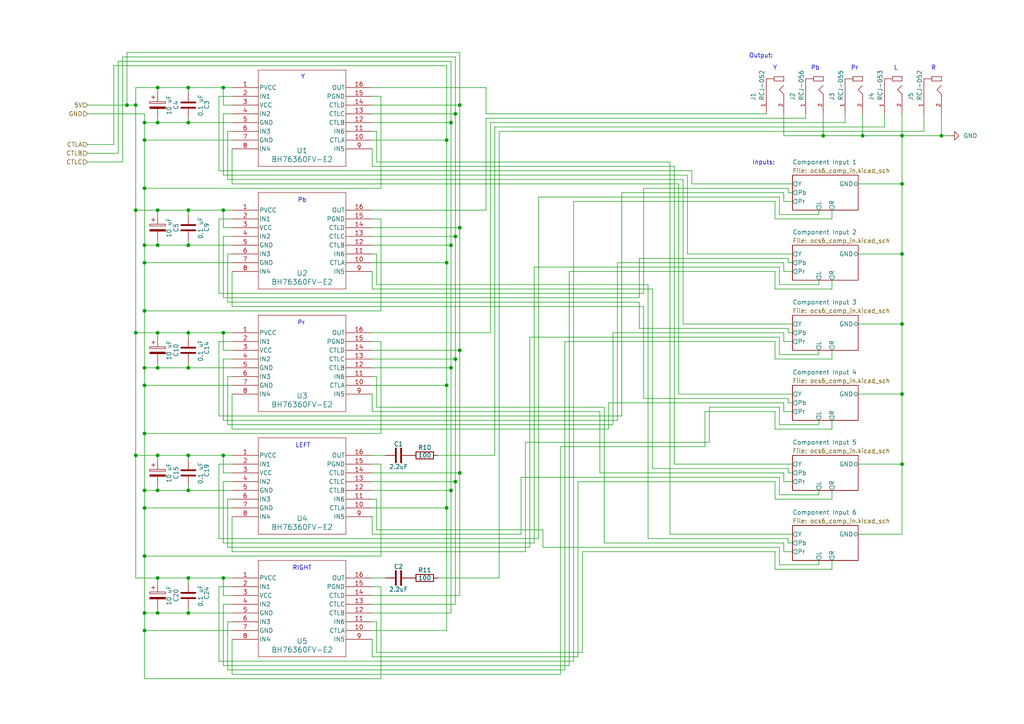
<source format=kicad_sch>
(kicad_sch (version 20250114) (generator "eeschema") (generator_version "9.0")
  (paper "A4")
  (title_block (title "OCS6 - Component Video/Audio Switching") (company "Garrett Dickinson"))
  (lib_symbols
    (symbol "BH76360FV:BH76360FV-E2" (pin_names (offset 0.254))
      (property "Reference" "U" (at 20.32 10.16 0))
      (property "Value" "BH76360FV-E2" (at 20.32 7.62 0))
      (symbol "BH76360FV-E2_0_1"
        (polyline (pts (xy 7.62 5.08) (xy 7.62 -22.86)) (stroke (width 0.127)))
        (polyline (pts (xy 7.62 -22.86) (xy 33.02 -22.86)) (stroke (width 0.127)))
        (polyline (pts (xy 33.02 5.08) (xy 7.62 5.08)) (stroke (width 0.127)))
        (polyline (pts (xy 33.02 -22.86) (xy 33.02 5.08)) (stroke (width 0.127)))
        (pin unspecified line (at 0 0 0) (length 7.62) (name "PVCC") (number "1"))
        (pin input line (at 0 -2.54 0) (length 7.62) (name "IN1") (number "2"))
        (pin power_in line (at 0 -5.08 0) (length 7.62) (name "VCC") (number "3"))
        (pin input line (at 0 -7.62 0) (length 7.62) (name "IN2") (number "4"))
        (pin power_out line (at 0 -10.16 0) (length 7.62) (name "GND") (number "5"))
        (pin input line (at 0 -12.7 0) (length 7.62) (name "IN3") (number "6"))
        (pin power_out line (at 0 -15.24 0) (length 7.62) (name "GND") (number "7"))
        (pin input line (at 0 -17.78 0) (length 7.62) (name "IN4") (number "8"))
        (pin output line (at 40.64 0 180) (length 7.62) (name "OUT") (number "16"))
        (pin power_out line (at 40.64 -2.54 180) (length 7.62) (name "PGND") (number "15"))
        (pin unspecified line (at 40.64 -5.08 180) (length 7.62) (name "CTLD") (number "14"))
        (pin unspecified line (at 40.64 -7.62 180) (length 7.62) (name "CTLC") (number "13"))
        (pin unspecified line (at 40.64 -10.16 180) (length 7.62) (name "CTLB") (number "12"))
        (pin input line (at 40.64 -12.7 180) (length 7.62) (name "IN6") (number "11"))
        (pin unspecified line (at 40.64 -15.24 180) (length 7.62) (name "CTLA") (number "10"))
        (pin input line (at 40.64 -17.78 180) (length 7.62) (name "IN5") (number "9"))
      )
    )
    (symbol "CUI_RCJ:CUI_RCJ-052" (pin_names (offset 1.016) (hide yes))
      (property "Reference" "J" (at -5.6388 4.0894 0))
      (property "Value" "CUI_RCJ-052" (at -5.1308 -5.6388 0))
      (symbol "CUI_RCJ-052_0_0"
        (polyline (pts (xy -5.715 2.54) (xy -5.715 -0.254)) (stroke (width 0.1524)))
        (polyline (pts (xy -5.715 -0.254) (xy -5.08 -0.254)) (stroke (width 0.1524)))
        (polyline (pts (xy -5.08 -0.254) (xy -4.445 -0.254)) (stroke (width 0.1524)))
        (polyline (pts (xy -5.08 -2.54) (xy -5.08 -0.254)) (stroke (width 0.1524)))
        (polyline (pts (xy -4.445 2.54) (xy -5.715 2.54)) (stroke (width 0.1524)))
        (polyline (pts (xy -4.445 -0.254) (xy -4.445 2.54)) (stroke (width 0.1524)))
        (polyline (pts (xy -1.905 1.27) (xy -3.175 2.54)) (stroke (width 0.1524)))
        (polyline (pts (xy -0.635 2.54) (xy -1.905 1.27)) (stroke (width 0.1524)))
        (polyline (pts (xy 0 2.54) (xy -0.635 2.54)) (stroke (width 0.1524)))
        (polyline (pts (xy 0 -2.54) (xy -5.08 -2.54)) (stroke (width 0.1524)))
        (pin passive line (at 5.08 2.54 180) (length 5.08) (name "~") (number "2"))
        (pin passive line (at 5.08 -2.54 180) (length 5.08) (name "~") (number "1"))
      )
    )
    (symbol "CUI_RCJ:CUI_RCJ-053" (pin_names (offset 1.016) (hide yes))
      (property "Reference" "J" (at -5.6388 4.0894 0))
      (property "Value" "CUI_RCJ-053" (at -5.1054 -5.6134 0))
      (symbol "CUI_RCJ-053_0_0"
        (polyline (pts (xy -5.715 2.54) (xy -5.715 -0.254)) (stroke (width 0.1524)))
        (polyline (pts (xy -5.715 -0.254) (xy -5.08 -0.254)) (stroke (width 0.1524)))
        (polyline (pts (xy -5.08 -0.254) (xy -4.445 -0.254)) (stroke (width 0.1524)))
        (polyline (pts (xy -5.08 -2.54) (xy -5.08 -0.254)) (stroke (width 0.1524)))
        (polyline (pts (xy -4.445 2.54) (xy -5.715 2.54)) (stroke (width 0.1524)))
        (polyline (pts (xy -4.445 -0.254) (xy -4.445 2.54)) (stroke (width 0.1524)))
        (polyline (pts (xy -1.905 1.27) (xy -3.175 2.54)) (stroke (width 0.1524)))
        (polyline (pts (xy -0.635 2.54) (xy -1.905 1.27)) (stroke (width 0.1524)))
        (polyline (pts (xy 0 2.54) (xy -0.635 2.54)) (stroke (width 0.1524)))
        (polyline (pts (xy 0 -2.54) (xy -5.08 -2.54)) (stroke (width 0.1524)))
        (pin passive line (at 5.08 2.54 180) (length 5.08) (name "~") (number "2"))
        (pin passive line (at 5.08 -2.54 180) (length 5.08) (name "~") (number "1"))
      )
    )
    (symbol "CUI_RCJ:CUI_RCJ-055" (pin_names (offset 1.016) (hide yes))
      (property "Reference" "J" (at -5.6388 4.0894 0))
      (property "Value" "CUI_RCJ-055" (at -5.1308 -5.6388 0))
      (symbol "CUI_RCJ-055_0_0"
        (polyline (pts (xy -5.715 2.54) (xy -5.715 -0.254)) (stroke (width 0.1524)))
        (polyline (pts (xy -5.715 -0.254) (xy -5.08 -0.254)) (stroke (width 0.1524)))
        (polyline (pts (xy -5.08 -0.254) (xy -4.445 -0.254)) (stroke (width 0.1524)))
        (polyline (pts (xy -5.08 -2.54) (xy -5.08 -0.254)) (stroke (width 0.1524)))
        (polyline (pts (xy -4.445 2.54) (xy -5.715 2.54)) (stroke (width 0.1524)))
        (polyline (pts (xy -4.445 -0.254) (xy -4.445 2.54)) (stroke (width 0.1524)))
        (polyline (pts (xy -1.905 1.27) (xy -3.175 2.54)) (stroke (width 0.1524)))
        (polyline (pts (xy -0.635 2.54) (xy -1.905 1.27)) (stroke (width 0.1524)))
        (polyline (pts (xy 0 2.54) (xy -0.635 2.54)) (stroke (width 0.1524)))
        (polyline (pts (xy 0 -2.54) (xy -5.08 -2.54)) (stroke (width 0.1524)))
        (pin passive line (at 5.08 2.54 180) (length 5.08) (name "~") (number "2"))
        (pin passive line (at 5.08 -2.54 180) (length 5.08) (name "~") (number "1"))
      )
    )
    (symbol "CUI_RCJ:CUI_RCJ-056" (pin_names (offset 1.016) (hide yes))
      (property "Reference" "J" (at -5.6388 4.0894 0))
      (property "Value" "CUI_RCJ-056" (at -5.1054 -5.6134 0))
      (symbol "CUI_RCJ-056_0_0"
        (polyline (pts (xy -5.715 2.54) (xy -5.715 -0.254)) (stroke (width 0.1524)))
        (polyline (pts (xy -5.715 -0.254) (xy -5.08 -0.254)) (stroke (width 0.1524)))
        (polyline (pts (xy -5.08 -0.254) (xy -4.445 -0.254)) (stroke (width 0.1524)))
        (polyline (pts (xy -5.08 -2.54) (xy -5.08 -0.254)) (stroke (width 0.1524)))
        (polyline (pts (xy -4.445 2.54) (xy -5.715 2.54)) (stroke (width 0.1524)))
        (polyline (pts (xy -4.445 -0.254) (xy -4.445 2.54)) (stroke (width 0.1524)))
        (polyline (pts (xy -1.905 1.27) (xy -3.175 2.54)) (stroke (width 0.1524)))
        (polyline (pts (xy -0.635 2.54) (xy -1.905 1.27)) (stroke (width 0.1524)))
        (polyline (pts (xy 0 2.54) (xy -0.635 2.54)) (stroke (width 0.1524)))
        (polyline (pts (xy 0 -2.54) (xy -5.08 -2.54)) (stroke (width 0.1524)))
        (pin passive line (at 5.08 2.54 180) (length 5.08) (name "~") (number "2"))
        (pin passive line (at 5.08 -2.54 180) (length 5.08) (name "~") (number "1"))
      )
    )
    (symbol "Device:C" (pin_numbers (hide yes)) (pin_names (offset 0.254))
      (property "Reference" "C" (at 0.635 2.54 0))
      (property "Value" "C" (at 0.635 -2.54 0))
      (symbol "C_0_1"
        (polyline (pts (xy -2.032 0.762) (xy 2.032 0.762)) (stroke (width 0.508)))
        (polyline (pts (xy -2.032 -0.762) (xy 2.032 -0.762)) (stroke (width 0.508)))
      )
      (symbol "C_1_1"
        (pin passive line (at 0 3.81 270) (length 2.794) (name "~") (number "1"))
        (pin passive line (at 0 -3.81 90) (length 2.794) (name "~") (number "2"))
      )
    )
    (symbol "Device:C_Polarized" (pin_numbers (hide yes)) (pin_names (offset 0.254))
      (property "Reference" "C" (at 0.635 2.54 0))
      (property "Value" "C_Polarized" (at 0.635 -2.54 0))
      (symbol "C_Polarized_0_1"
        (rectangle (start -2.286 0.508) (end 2.286 1.016))
        (polyline (pts (xy -1.778 2.286) (xy -0.762 2.286)))
        (polyline (pts (xy -1.27 2.794) (xy -1.27 1.778)))
        (rectangle (start 2.286 -0.508) (end -2.286 -1.016) (fill (type outline)))
      )
      (symbol "C_Polarized_1_1"
        (pin passive line (at 0 3.81 270) (length 2.794) (name "~") (number "1"))
        (pin passive line (at 0 -3.81 90) (length 2.794) (name "~") (number "2"))
      )
    )
    (symbol "Device:R" (pin_numbers (hide yes)) (pin_names (offset 0))
      (property "Reference" "R" (at 2.032 0 90))
      (property "Value" "R" (at 0 0 90))
      (symbol "R_0_1"
        (rectangle (start -1.016 -2.54) (end 1.016 2.54) (stroke (width 0.254)))
      )
      (symbol "R_1_1"
        (pin passive line (at 0 3.81 270) (length 1.27) (name "~") (number "1"))
        (pin passive line (at 0 -3.81 90) (length 1.27) (name "~") (number "2"))
      )
    )
    (symbol "power:GND" (power) (pin_numbers (hide yes)) (pin_names (offset 0) (hide yes))
      (property "Value" "GND" (at 0 -3.81 0))
      (symbol "GND_0_1"
        (polyline (pts (xy 0 0) (xy 0 -1.27) (xy 1.27 -1.27) (xy 0 -2.54) (xy -1.27 -1.27) (xy 0 -1.27)))
      )
      (symbol "GND_1_1"
        (pin power_in line (at 0 0 270) (length 0) (name "~") (number "1"))
      )
    )
  )
  (text "L" (at 259.842 19.812 0) (effects (font (size 1.27 1.27))))
  (text "Pr" (at 247.904 19.812 0) (effects (font (size 1.27 1.27))))
  (text "R" (at 270.764 19.812 0) (effects (font (size 1.27 1.27))))
  (text "Y" (at 224.79 19.812 0) (effects (font (size 1.27 1.27))))
  (text "Pr" (at 87.376 93.726 0) (effects (font (size 1.27 1.27))))
  (text "Output:" (at 220.726 16.256 0) (effects (font (size 1.27 1.27))))
  (text "Inputs:" (at 221.488 47.244 0) (effects (font (size 1.27 1.27))))
  (text "Pb" (at 236.474 19.812 0) (effects (font (size 1.27 1.27))))
  (text "Y" (at 87.884 22.352 0) (effects (font (size 1.27 1.27))))
  (text "Pb" (at 87.63 58.166 0) (effects (font (size 1.27 1.27))))
  (text "LEFT" (at 87.884 129.286 0) (effects (font (size 1.27 1.27))))
  (text "RIGHT" (at 87.63 164.846 0) (effects (font (size 1.27 1.27))))
  (junction (at 45.72 106.68))
  (junction (at 64.77 96.52))
  (junction (at 250.19 39.37))
  (junction (at 41.91 111.76))
  (junction (at 133.35 30.48))
  (junction (at 132.08 33.02))
  (junction (at 54.61 167.64))
  (junction (at 64.77 167.64))
  (junction (at 41.91 71.12))
  (junction (at 129.54 111.76))
  (junction (at 39.37 60.96))
  (junction (at 129.54 76.2))
  (junction (at 54.61 177.8))
  (junction (at 54.61 71.12))
  (junction (at 45.72 25.4))
  (junction (at 45.72 177.8))
  (junction (at 130.81 142.24))
  (junction (at 129.54 147.32))
  (junction (at 130.81 35.56))
  (junction (at 261.62 93.98))
  (junction (at 261.62 114.3))
  (junction (at 133.35 101.6))
  (junction (at 39.37 132.08))
  (junction (at 54.61 25.4))
  (junction (at 41.91 90.17))
  (junction (at 45.72 132.08))
  (junction (at 129.54 40.64))
  (junction (at 41.91 40.64))
  (junction (at 45.72 60.96))
  (junction (at 64.77 25.4))
  (junction (at 41.91 182.88))
  (junction (at 64.77 132.08))
  (junction (at 132.08 104.14))
  (junction (at 54.61 132.08))
  (junction (at 54.61 96.52))
  (junction (at 130.81 71.12))
  (junction (at 130.81 106.68))
  (junction (at 41.91 142.24))
  (junction (at 261.62 53.34))
  (junction (at 36.83 30.48))
  (junction (at 39.37 30.48))
  (junction (at 64.77 60.96))
  (junction (at 238.76 39.37))
  (junction (at 41.91 147.32))
  (junction (at 41.91 54.61))
  (junction (at 41.91 161.29))
  (junction (at 132.08 68.58))
  (junction (at 261.62 73.66))
  (junction (at 39.37 96.52))
  (junction (at 133.35 66.04))
  (junction (at 54.61 106.68))
  (junction (at 41.91 35.56))
  (junction (at 41.91 125.73))
  (junction (at 41.91 76.2))
  (junction (at 273.05 39.37))
  (junction (at 45.72 142.24))
  (junction (at 54.61 35.56))
  (junction (at 45.72 96.52))
  (junction (at 261.62 134.62))
  (junction (at 45.72 35.56))
  (junction (at 41.91 106.68))
  (junction (at 133.35 137.16))
  (junction (at 261.62 39.37))
  (junction (at 45.72 71.12))
  (junction (at 54.61 142.24))
  (junction (at 41.91 177.8))
  (junction (at 45.72 167.64))
  (junction (at 54.61 60.96))
  (junction (at 132.08 139.7))
  (wire (pts (xy 41.91 40.64) (xy 67.31 40.64)))
  (wire (pts (xy 129.54 76.2) (xy 129.54 111.76)))
  (wire (pts (xy 45.72 140.97) (xy 45.72 142.24)))
  (wire (pts (xy 132.08 33.02) (xy 132.08 16.51)))
  (wire (pts (xy 132.08 104.14) (xy 132.08 139.7)))
  (wire (pts (xy 248.92 114.3) (xy 261.62 114.3)))
  (wire (pts (xy 54.61 177.8) (xy 67.31 177.8)))
  (wire (pts (xy 54.61 132.08) (xy 64.77 132.08)))
  (wire (pts (xy 109.22 118.11) (xy 175.26 118.11)))
  (wire (pts (xy 66.04 194.31) (xy 66.04 180.34)))
  (wire (pts (xy 107.95 101.6) (xy 133.35 101.6)))
  (wire (pts (xy 41.91 111.76) (xy 41.91 125.73)))
  (wire (pts (xy 133.35 137.16) (xy 133.35 172.72)))
  (wire (pts (xy 41.91 147.32) (xy 67.31 147.32)))
  (wire (pts (xy 54.61 96.52) (xy 54.61 97.79)))
  (wire (pts (xy 63.5 99.06) (xy 67.31 99.06)))
  (wire (pts (xy 226.06 97.79) (xy 226.06 102.87)))
  (wire (pts (xy 176.53 116.84) (xy 227.33 116.84)))
  (wire (pts (xy 189.23 83.82) (xy 189.23 135.89)))
  (wire (pts (xy 107.95 132.08) (xy 111.76 132.08)))
  (wire (pts (xy 168.91 189.23) (xy 168.91 160.02)))
  (wire (pts (xy 45.72 25.4) (xy 54.61 25.4)))
  (wire (pts (xy 133.35 30.48) (xy 133.35 66.04)))
  (wire (pts (xy 261.62 39.37) (xy 261.62 53.34)))
  (wire (pts (xy 41.91 177.8) (xy 41.91 182.88)))
  (wire (pts (xy 261.62 154.94) (xy 248.92 154.94)))
  (wire (pts (xy 64.77 121.92) (xy 64.77 104.14)))
  (wire (pts (xy 241.3 104.14) (xy 241.3 101.6)))
  (wire (pts (xy 165.1 78.74) (xy 165.1 193.04)))
  (wire (pts (xy 195.58 48.26) (xy 195.58 134.62)))
  (wire (pts (xy 107.95 139.7) (xy 132.08 139.7)))
  (wire (pts (xy 226.06 143.51) (xy 237.49 143.51)))
  (wire (pts (xy 140.97 34.29) (xy 233.68 34.29)))
  (wire (pts (xy 132.08 139.7) (xy 132.08 175.26)))
  (wire (pts (xy 250.19 33.02) (xy 250.19 39.37)))
  (wire (pts (xy 110.49 99.06) (xy 110.49 125.73)))
  (wire (pts (xy 67.31 195.58) (xy 162.56 195.58)))
  (wire (pts (xy 66.04 180.34) (xy 67.31 180.34)))
  (wire (pts (xy 107.95 190.5) (xy 107.95 185.42)))
  (wire (pts (xy 64.77 132.08) (xy 67.31 132.08)))
  (wire (pts (xy 45.72 167.64) (xy 45.72 168.91)))
  (wire (pts (xy 35.56 46.99) (xy 35.56 16.51)))
  (wire (pts (xy 66.04 87.63) (xy 185.42 87.63)))
  (wire (pts (xy 54.61 25.4) (xy 64.77 25.4)))
  (wire (pts (xy 107.95 76.2) (xy 129.54 76.2)))
  (wire (pts (xy 228.6 76.2) (xy 229.87 76.2)))
  (wire (pts (xy 224.79 160.02) (xy 224.79 165.1)))
  (wire (pts (xy 109.22 73.66) (xy 107.95 73.66)))
  (wire (pts (xy 41.91 147.32) (xy 41.91 161.29)))
  (wire (pts (xy 107.95 99.06) (xy 110.49 99.06)))
  (wire (pts (xy 248.92 53.34) (xy 261.62 53.34)))
  (wire (pts (xy 54.61 69.85) (xy 54.61 71.12)))
  (wire (pts (xy 241.3 144.78) (xy 241.3 142.24)))
  (wire (pts (xy 129.54 40.64) (xy 129.54 19.05)))
  (wire (pts (xy 107.95 104.14) (xy 132.08 104.14)))
  (wire (pts (xy 180.34 55.88) (xy 227.33 55.88)))
  (wire (pts (xy 36.83 15.24) (xy 36.83 30.48)))
  (wire (pts (xy 107.95 154.94) (xy 151.13 154.94)))
  (wire (pts (xy 63.5 63.5) (xy 67.31 63.5)))
  (wire (pts (xy 41.91 54.61) (xy 110.49 54.61)))
  (wire (pts (xy 67.31 88.9) (xy 186.69 88.9)))
  (wire (pts (xy 261.62 134.62) (xy 261.62 154.94)))
  (wire (pts (xy 67.31 101.6) (xy 64.77 101.6)))
  (wire (pts (xy 127 132.08) (xy 143.51 132.08)))
  (wire (pts (xy 241.3 121.92) (xy 241.3 124.46)))
  (wire (pts (xy 237.49 142.24) (xy 237.49 143.51)))
  (wire (pts (xy 107.95 83.82) (xy 107.95 78.74)))
  (wire (pts (xy 199.39 50.8) (xy 199.39 73.66)))
  (wire (pts (xy 54.61 142.24) (xy 67.31 142.24)))
  (wire (pts (xy 109.22 189.23) (xy 168.91 189.23)))
  (wire (pts (xy 54.61 34.29) (xy 54.61 35.56)))
  (wire (pts (xy 107.95 175.26) (xy 132.08 175.26)))
  (wire (pts (xy 227.33 160.02) (xy 229.87 160.02)))
  (wire (pts (xy 227.33 119.38) (xy 229.87 119.38)))
  (wire (pts (xy 45.72 167.64) (xy 54.61 167.64)))
  (wire (pts (xy 233.68 34.29) (xy 233.68 33.02)))
  (wire (pts (xy 64.77 60.96) (xy 67.31 60.96)))
  (wire (pts (xy 256.54 36.83) (xy 256.54 33.02)))
  (wire (pts (xy 133.35 101.6) (xy 133.35 137.16)))
  (wire (pts (xy 107.95 111.76) (xy 129.54 111.76)))
  (wire (pts (xy 238.76 39.37) (xy 250.19 39.37)))
  (wire (pts (xy 45.72 132.08) (xy 45.72 133.35)))
  (wire (pts (xy 228.6 55.88) (xy 229.87 55.88)))
  (wire (pts (xy 54.61 132.08) (xy 54.61 133.35)))
  (wire (pts (xy 107.95 190.5) (xy 167.64 190.5)))
  (wire (pts (xy 63.5 49.53) (xy 200.66 49.53)))
  (wire (pts (xy 64.77 25.4) (xy 64.77 30.48)))
  (wire (pts (xy 63.5 170.18) (xy 67.31 170.18)))
  (wire (pts (xy 39.37 60.96) (xy 39.37 96.52)))
  (wire (pts (xy 224.79 165.1) (xy 241.3 165.1)))
  (wire (pts (xy 241.3 165.1) (xy 241.3 162.56)))
  (wire (pts (xy 66.04 144.78) (xy 67.31 144.78)))
  (wire (pts (xy 227.33 157.48) (xy 227.33 160.02)))
  (wire (pts (xy 204.47 119.38) (xy 224.79 119.38)))
  (wire (pts (xy 36.83 15.24) (xy 133.35 15.24)))
  (wire (pts (xy 63.5 156.21) (xy 63.5 134.62)))
  (wire (pts (xy 165.1 78.74) (xy 224.79 78.74)))
  (wire (pts (xy 41.91 182.88) (xy 41.91 196.85)))
  (wire (pts (xy 63.5 85.09) (xy 186.69 85.09)))
  (wire (pts (xy 45.72 96.52) (xy 45.72 97.79)))
  (wire (pts (xy 163.83 99.06) (xy 163.83 194.31)))
  (wire (pts (xy 64.77 68.58) (xy 67.31 68.58)))
  (wire (pts (xy 185.42 95.25) (xy 228.6 95.25)))
  (wire (pts (xy 66.04 87.63) (xy 66.04 73.66)))
  (wire (pts (xy 163.83 99.06) (xy 224.79 99.06)))
  (wire (pts (xy 41.91 161.29) (xy 41.91 177.8)))
  (wire (pts (xy 167.64 139.7) (xy 224.79 139.7)))
  (wire (pts (xy 66.04 73.66) (xy 67.31 73.66)))
  (wire (pts (xy 64.77 33.02) (xy 67.31 33.02)))
  (wire (pts (xy 238.76 39.37) (xy 227.33 39.37)))
  (wire (pts (xy 41.91 142.24) (xy 41.91 147.32)))
  (wire (pts (xy 204.47 129.54) (xy 162.56 129.54)))
  (wire (pts (xy 107.95 35.56) (xy 130.81 35.56)))
  (wire (pts (xy 167.64 190.5) (xy 167.64 139.7)))
  (wire (pts (xy 107.95 25.4) (xy 140.97 25.4)))
  (wire (pts (xy 39.37 96.52) (xy 45.72 96.52)))
  (wire (pts (xy 237.49 121.92) (xy 237.49 123.19)))
  (wire (pts (xy 66.04 158.75) (xy 153.67 158.75)))
  (wire (pts (xy 45.72 142.24) (xy 54.61 142.24)))
  (wire (pts (xy 142.24 35.56) (xy 142.24 96.52)))
  (wire (pts (xy 228.6 54.61) (xy 228.6 55.88)))
  (wire (pts (xy 39.37 60.96) (xy 45.72 60.96)))
  (wire (pts (xy 63.5 120.65) (xy 63.5 99.06)))
  (wire (pts (xy 64.77 167.64) (xy 67.31 167.64)))
  (wire (pts (xy 166.37 58.42) (xy 166.37 191.77)))
  (wire (pts (xy 248.92 93.98) (xy 261.62 93.98)))
  (wire (pts (xy 237.49 82.55) (xy 237.49 81.28)))
  (wire (pts (xy 64.77 157.48) (xy 154.94 157.48)))
  (wire (pts (xy 205.74 118.11) (xy 226.06 118.11)))
  (wire (pts (xy 33.02 41.91) (xy 33.02 19.05)))
  (wire (pts (xy 241.3 83.82) (xy 241.3 81.28)))
  (wire (pts (xy 177.8 96.52) (xy 177.8 123.19)))
  (wire (pts (xy 64.77 157.48) (xy 64.77 139.7)))
  (wire (pts (xy 110.49 196.85) (xy 110.49 170.18)))
  (wire (pts (xy 109.22 109.22) (xy 109.22 118.11)))
  (wire (pts (xy 41.91 161.29) (xy 110.49 161.29)))
  (wire (pts (xy 133.35 66.04) (xy 133.35 101.6)))
  (wire (pts (xy 227.33 139.7) (xy 229.87 139.7)))
  (wire (pts (xy 173.99 119.38) (xy 173.99 137.16)))
  (wire (pts (xy 41.91 142.24) (xy 45.72 142.24)))
  (wire (pts (xy 25.4 33.02) (xy 41.91 33.02)))
  (wire (pts (xy 130.81 35.56) (xy 130.81 71.12)))
  (wire (pts (xy 110.49 134.62) (xy 110.49 161.29)))
  (wire (pts (xy 107.95 68.58) (xy 132.08 68.58)))
  (wire (pts (xy 162.56 129.54) (xy 162.56 195.58)))
  (wire (pts (xy 237.49 102.87) (xy 237.49 101.6)))
  (wire (pts (xy 186.69 115.57) (xy 228.6 115.57)))
  (wire (pts (xy 45.72 176.53) (xy 45.72 177.8)))
  (wire (pts (xy 45.72 105.41) (xy 45.72 106.68)))
  (wire (pts (xy 107.95 177.8) (xy 130.81 177.8)))
  (wire (pts (xy 39.37 30.48) (xy 36.83 30.48)))
  (wire (pts (xy 273.05 39.37) (xy 275.59 39.37)))
  (wire (pts (xy 179.07 76.2) (xy 227.33 76.2)))
  (wire (pts (xy 41.91 125.73) (xy 41.91 142.24)))
  (wire (pts (xy 226.06 57.15) (xy 226.06 62.23)))
  (wire (pts (xy 248.92 73.66) (xy 261.62 73.66)))
  (wire (pts (xy 151.13 138.43) (xy 226.06 138.43)))
  (wire (pts (xy 198.12 93.98) (xy 229.87 93.98)))
  (wire (pts (xy 67.31 160.02) (xy 67.31 149.86)))
  (wire (pts (xy 67.31 88.9) (xy 67.31 78.74)))
  (wire (pts (xy 177.8 96.52) (xy 227.33 96.52)))
  (wire (pts (xy 45.72 132.08) (xy 54.61 132.08)))
  (wire (pts (xy 228.6 115.57) (xy 228.6 116.84)))
  (wire (pts (xy 39.37 132.08) (xy 45.72 132.08)))
  (wire (pts (xy 166.37 58.42) (xy 224.79 58.42)))
  (wire (pts (xy 110.49 27.94) (xy 110.49 54.61)))
  (wire (pts (xy 54.61 96.52) (xy 64.77 96.52)))
  (wire (pts (xy 109.22 180.34) (xy 107.95 180.34)))
  (wire (pts (xy 185.42 74.93) (xy 228.6 74.93)))
  (wire (pts (xy 228.6 116.84) (xy 229.87 116.84)))
  (wire (pts (xy 226.06 77.47) (xy 226.06 82.55)))
  (wire (pts (xy 157.48 158.75) (xy 226.06 158.75)))
  (wire (pts (xy 54.61 71.12) (xy 67.31 71.12)))
  (wire (pts (xy 107.95 142.24) (xy 130.81 142.24)))
  (wire (pts (xy 107.95 30.48) (xy 133.35 30.48)))
  (wire (pts (xy 41.91 90.17) (xy 110.49 90.17)))
  (wire (pts (xy 64.77 137.16) (xy 67.31 137.16)))
  (wire (pts (xy 261.62 73.66) (xy 261.62 93.98)))
  (wire (pts (xy 198.12 52.07) (xy 198.12 93.98)))
  (wire (pts (xy 153.67 97.79) (xy 226.06 97.79)))
  (wire (pts (xy 39.37 132.08) (xy 39.37 167.64)))
  (wire (pts (xy 224.79 124.46) (xy 241.3 124.46)))
  (wire (pts (xy 66.04 109.22) (xy 67.31 109.22)))
  (wire (pts (xy 109.22 38.1) (xy 107.95 38.1)))
  (wire (pts (xy 41.91 33.02) (xy 41.91 35.56)))
  (wire (pts (xy 237.49 162.56) (xy 237.49 163.83)))
  (wire (pts (xy 152.4 128.27) (xy 205.74 128.27)))
  (wire (pts (xy 250.19 39.37) (xy 261.62 39.37)))
  (wire (pts (xy 199.39 73.66) (xy 229.87 73.66)))
  (wire (pts (xy 45.72 177.8) (xy 54.61 177.8)))
  (wire (pts (xy 66.04 52.07) (xy 198.12 52.07)))
  (wire (pts (xy 107.95 109.22) (xy 109.22 109.22)))
  (wire (pts (xy 25.4 44.45) (xy 34.29 44.45)))
  (wire (pts (xy 66.04 194.31) (xy 163.83 194.31)))
  (wire (pts (xy 224.79 144.78) (xy 241.3 144.78)))
  (wire (pts (xy 224.79 104.14) (xy 241.3 104.14)))
  (wire (pts (xy 54.61 25.4) (xy 54.61 26.67)))
  (wire (pts (xy 54.61 106.68) (xy 67.31 106.68)))
  (wire (pts (xy 110.49 63.5) (xy 110.49 90.17)))
  (wire (pts (xy 107.95 66.04) (xy 133.35 66.04)))
  (wire (pts (xy 205.74 118.11) (xy 205.74 128.27)))
  (wire (pts (xy 41.91 106.68) (xy 45.72 106.68)))
  (wire (pts (xy 45.72 106.68) (xy 54.61 106.68)))
  (wire (pts (xy 129.54 40.64) (xy 129.54 76.2)))
  (wire (pts (xy 66.04 38.1) (xy 66.04 52.07)))
  (wire (pts (xy 110.49 134.62) (xy 107.95 134.62)))
  (wire (pts (xy 129.54 19.05) (xy 33.02 19.05)))
  (wire (pts (xy 39.37 25.4) (xy 39.37 30.48)))
  (wire (pts (xy 35.56 16.51) (xy 132.08 16.51)))
  (wire (pts (xy 107.95 106.68) (xy 130.81 106.68)))
  (wire (pts (xy 41.91 35.56) (xy 45.72 35.56)))
  (wire (pts (xy 64.77 104.14) (xy 67.31 104.14)))
  (wire (pts (xy 107.95 71.12) (xy 130.81 71.12)))
  (wire (pts (xy 109.22 153.67) (xy 109.22 144.78)))
  (wire (pts (xy 226.06 123.19) (xy 237.49 123.19)))
  (wire (pts (xy 63.5 63.5) (xy 63.5 85.09)))
  (wire (pts (xy 245.11 35.56) (xy 245.11 33.02)))
  (wire (pts (xy 109.22 82.55) (xy 109.22 73.66)))
  (wire (pts (xy 41.91 35.56) (xy 41.91 40.64)))
  (wire (pts (xy 200.66 53.34) (xy 229.87 53.34)))
  (wire (pts (xy 227.33 55.88) (xy 227.33 58.42)))
  (wire (pts (xy 64.77 121.92) (xy 179.07 121.92)))
  (wire (pts (xy 132.08 33.02) (xy 132.08 68.58)))
  (wire (pts (xy 224.79 58.42) (xy 224.79 63.5)))
  (wire (pts (xy 224.79 63.5) (xy 241.3 63.5)))
  (wire (pts (xy 107.95 40.64) (xy 129.54 40.64)))
  (wire (pts (xy 67.31 124.46) (xy 67.31 114.3)))
  (wire (pts (xy 154.94 77.47) (xy 226.06 77.47)))
  (wire (pts (xy 54.61 105.41) (xy 54.61 106.68)))
  (wire (pts (xy 226.06 82.55) (xy 237.49 82.55)))
  (wire (pts (xy 45.72 34.29) (xy 45.72 35.56)))
  (wire (pts (xy 64.77 193.04) (xy 64.77 175.26)))
  (wire (pts (xy 143.51 36.83) (xy 143.51 132.08)))
  (wire (pts (xy 67.31 53.34) (xy 196.85 53.34)))
  (wire (pts (xy 41.91 71.12) (xy 41.91 76.2)))
  (wire (pts (xy 41.91 54.61) (xy 41.91 71.12)))
  (wire (pts (xy 54.61 35.56) (xy 67.31 35.56)))
  (wire (pts (xy 109.22 46.99) (xy 194.31 46.99)))
  (wire (pts (xy 63.5 191.77) (xy 166.37 191.77)))
  (wire (pts (xy 41.91 76.2) (xy 67.31 76.2)))
  (wire (pts (xy 107.95 154.94) (xy 107.95 149.86)))
  (wire (pts (xy 168.91 160.02) (xy 224.79 160.02)))
  (wire (pts (xy 204.47 119.38) (xy 204.47 129.54)))
  (wire (pts (xy 144.78 38.1) (xy 267.97 38.1)))
  (wire (pts (xy 109.22 153.67) (xy 157.48 153.67)))
  (wire (pts (xy 107.95 96.52) (xy 142.24 96.52)))
  (wire (pts (xy 238.76 33.02) (xy 238.76 39.37)))
  (wire (pts (xy 64.77 86.36) (xy 185.42 86.36)))
  (wire (pts (xy 41.91 40.64) (xy 41.91 54.61)))
  (wire (pts (xy 107.95 114.3) (xy 107.95 119.38)))
  (wire (pts (xy 273.05 39.37) (xy 273.05 33.02)))
  (wire (pts (xy 107.95 60.96) (xy 140.97 60.96)))
  (wire (pts (xy 64.77 30.48) (xy 67.31 30.48)))
  (wire (pts (xy 226.06 158.75) (xy 226.06 163.83)))
  (wire (pts (xy 187.96 156.21) (xy 228.6 156.21)))
  (wire (pts (xy 67.31 124.46) (xy 176.53 124.46)))
  (wire (pts (xy 130.81 71.12) (xy 130.81 106.68)))
  (wire (pts (xy 54.61 140.97) (xy 54.61 142.24)))
  (wire (pts (xy 195.58 134.62) (xy 229.87 134.62)))
  (wire (pts (xy 34.29 17.78) (xy 130.81 17.78)))
  (wire (pts (xy 64.77 60.96) (xy 64.77 66.04)))
  (wire (pts (xy 185.42 95.25) (xy 185.42 87.63)))
  (wire (pts (xy 228.6 135.89) (xy 228.6 137.16)))
  (wire (pts (xy 189.23 135.89) (xy 228.6 135.89)))
  (wire (pts (xy 227.33 58.42) (xy 229.87 58.42)))
  (wire (pts (xy 194.31 154.94) (xy 229.87 154.94)))
  (wire (pts (xy 107.95 172.72) (xy 133.35 172.72)))
  (wire (pts (xy 45.72 96.52) (xy 54.61 96.52)))
  (wire (pts (xy 45.72 69.85) (xy 45.72 71.12)))
  (wire (pts (xy 179.07 76.2) (xy 179.07 121.92)))
  (wire (pts (xy 64.77 96.52) (xy 67.31 96.52)))
  (wire (pts (xy 25.4 46.99) (xy 35.56 46.99)))
  (wire (pts (xy 107.95 83.82) (xy 189.23 83.82)))
  (wire (pts (xy 151.13 154.94) (xy 151.13 138.43)))
  (wire (pts (xy 142.24 35.56) (xy 245.11 35.56)))
  (wire (pts (xy 227.33 116.84) (xy 227.33 119.38)))
  (wire (pts (xy 41.91 90.17) (xy 41.91 106.68)))
  (wire (pts (xy 127 167.64) (xy 144.78 167.64)))
  (wire (pts (xy 64.77 96.52) (xy 64.77 101.6)))
  (wire (pts (xy 196.85 53.34) (xy 196.85 114.3)))
  (wire (pts (xy 64.77 172.72) (xy 64.77 167.64)))
  (wire (pts (xy 144.78 38.1) (xy 144.78 167.64)))
  (wire (pts (xy 107.95 33.02) (xy 132.08 33.02)))
  (wire (pts (xy 45.72 71.12) (xy 54.61 71.12)))
  (wire (pts (xy 107.95 48.26) (xy 195.58 48.26)))
  (wire (pts (xy 261.62 114.3) (xy 261.62 134.62)))
  (wire (pts (xy 63.5 120.65) (xy 180.34 120.65)))
  (wire (pts (xy 132.08 68.58) (xy 132.08 104.14)))
  (wire (pts (xy 45.72 25.4) (xy 45.72 26.67)))
  (wire (pts (xy 41.91 106.68) (xy 41.91 111.76)))
  (wire (pts (xy 185.42 74.93) (xy 185.42 86.36)))
  (wire (pts (xy 64.77 33.02) (xy 64.77 50.8)))
  (wire (pts (xy 133.35 30.48) (xy 133.35 15.24)))
  (wire (pts (xy 226.06 163.83) (xy 237.49 163.83)))
  (wire (pts (xy 224.79 99.06) (xy 224.79 104.14)))
  (wire (pts (xy 173.99 137.16) (xy 227.33 137.16)))
  (wire (pts (xy 226.06 118.11) (xy 226.06 123.19)))
  (wire (pts (xy 63.5 191.77) (xy 63.5 170.18)))
  (wire (pts (xy 226.06 138.43) (xy 226.06 143.51)))
  (wire (pts (xy 228.6 156.21) (xy 228.6 157.48)))
  (wire (pts (xy 186.69 88.9) (xy 186.69 115.57)))
  (wire (pts (xy 261.62 33.02) (xy 261.62 39.37)))
  (wire (pts (xy 41.91 125.73) (xy 110.49 125.73)))
  (wire (pts (xy 226.06 102.87) (xy 237.49 102.87)))
  (wire (pts (xy 54.61 60.96) (xy 64.77 60.96)))
  (wire (pts (xy 64.77 193.04) (xy 165.1 193.04)))
  (wire (pts (xy 41.91 76.2) (xy 41.91 90.17)))
  (wire (pts (xy 261.62 39.37) (xy 273.05 39.37)))
  (wire (pts (xy 54.61 60.96) (xy 54.61 62.23)))
  (wire (pts (xy 200.66 49.53) (xy 200.66 53.34)))
  (wire (pts (xy 25.4 30.48) (xy 36.83 30.48)))
  (wire (pts (xy 54.61 176.53) (xy 54.61 177.8)))
  (wire (pts (xy 154.94 77.47) (xy 154.94 157.48)))
  (wire (pts (xy 63.5 27.94) (xy 67.31 27.94)))
  (wire (pts (xy 54.61 167.64) (xy 54.61 168.91)))
  (wire (pts (xy 176.53 116.84) (xy 176.53 124.46)))
  (wire (pts (xy 156.21 57.15) (xy 226.06 57.15)))
  (wire (pts (xy 109.22 189.23) (xy 109.22 180.34)))
  (wire (pts (xy 224.79 139.7) (xy 224.79 144.78)))
  (wire (pts (xy 39.37 167.64) (xy 45.72 167.64)))
  (wire (pts (xy 110.49 170.18) (xy 107.95 170.18)))
  (wire (pts (xy 34.29 44.45) (xy 34.29 17.78)))
  (wire (pts (xy 64.77 132.08) (xy 64.77 137.16)))
  (wire (pts (xy 227.33 76.2) (xy 227.33 78.74)))
  (wire (pts (xy 157.48 153.67) (xy 157.48 158.75)))
  (wire (pts (xy 41.91 71.12) (xy 45.72 71.12)))
  (wire (pts (xy 224.79 119.38) (xy 224.79 124.46)))
  (wire (pts (xy 64.77 139.7) (xy 67.31 139.7)))
  (wire (pts (xy 175.26 118.11) (xy 175.26 157.48)))
  (wire (pts (xy 63.5 49.53) (xy 63.5 27.94)))
  (wire (pts (xy 140.97 34.29) (xy 140.97 60.96)))
  (wire (pts (xy 39.37 30.48) (xy 39.37 60.96)))
  (wire (pts (xy 143.51 36.83) (xy 256.54 36.83)))
  (wire (pts (xy 227.33 99.06) (xy 229.87 99.06)))
  (wire (pts (xy 140.97 25.4) (xy 140.97 33.02)))
  (wire (pts (xy 67.31 172.72) (xy 64.77 172.72)))
  (wire (pts (xy 261.62 93.98) (xy 261.62 114.3)))
  (wire (pts (xy 107.95 182.88) (xy 129.54 182.88)))
  (wire (pts (xy 109.22 82.55) (xy 187.96 82.55)))
  (wire (pts (xy 129.54 147.32) (xy 129.54 182.88)))
  (wire (pts (xy 41.91 111.76) (xy 67.31 111.76)))
  (wire (pts (xy 25.4 41.91) (xy 33.02 41.91)))
  (wire (pts (xy 196.85 114.3) (xy 229.87 114.3)))
  (wire (pts (xy 66.04 123.19) (xy 66.04 109.22)))
  (wire (pts (xy 228.6 137.16) (xy 229.87 137.16)))
  (wire (pts (xy 140.97 33.02) (xy 222.25 33.02)))
  (wire (pts (xy 54.61 167.64) (xy 64.77 167.64)))
  (wire (pts (xy 64.77 175.26) (xy 67.31 175.26)))
  (wire (pts (xy 228.6 74.93) (xy 228.6 76.2)))
  (wire (pts (xy 107.95 63.5) (xy 110.49 63.5)))
  (wire (pts (xy 186.69 54.61) (xy 228.6 54.61)))
  (wire (pts (xy 186.69 54.61) (xy 186.69 85.09)))
  (wire (pts (xy 109.22 38.1) (xy 109.22 46.99)))
  (wire (pts (xy 261.62 53.34) (xy 261.62 73.66)))
  (wire (pts (xy 227.33 78.74) (xy 229.87 78.74)))
  (wire (pts (xy 224.79 78.74) (xy 224.79 83.82)))
  (wire (pts (xy 67.31 66.04) (xy 64.77 66.04)))
  (wire (pts (xy 45.72 60.96) (xy 45.72 62.23)))
  (wire (pts (xy 187.96 82.55) (xy 187.96 156.21)))
  (wire (pts (xy 107.95 119.38) (xy 173.99 119.38)))
  (wire (pts (xy 41.91 196.85) (xy 110.49 196.85)))
  (wire (pts (xy 241.3 60.96) (xy 241.3 63.5)))
  (wire (pts (xy 39.37 96.52) (xy 39.37 132.08)))
  (wire (pts (xy 156.21 57.15) (xy 156.21 156.21)))
  (wire (pts (xy 228.6 96.52) (xy 229.87 96.52)))
  (wire (pts (xy 227.33 33.02) (xy 227.33 39.37)))
  (wire (pts (xy 107.95 147.32) (xy 129.54 147.32)))
  (wire (pts (xy 180.34 55.88) (xy 180.34 120.65)))
  (wire (pts (xy 66.04 38.1) (xy 67.31 38.1)))
  (wire (pts (xy 152.4 160.02) (xy 152.4 128.27)))
  (wire (pts (xy 107.95 144.78) (xy 109.22 144.78)))
  (wire (pts (xy 153.67 97.79) (xy 153.67 158.75)))
  (wire (pts (xy 67.31 43.18) (xy 67.31 53.34)))
  (wire (pts (xy 107.95 137.16) (xy 133.35 137.16)))
  (wire (pts (xy 67.31 195.58) (xy 67.31 185.42)))
  (wire (pts (xy 248.92 134.62) (xy 261.62 134.62)))
  (wire (pts (xy 267.97 38.1) (xy 267.97 33.02)))
  (wire (pts (xy 130.81 142.24) (xy 130.81 177.8)))
  (wire (pts (xy 45.72 60.96) (xy 54.61 60.96)))
  (wire (pts (xy 64.77 86.36) (xy 64.77 68.58)))
  (wire (pts (xy 64.77 50.8) (xy 199.39 50.8)))
  (wire (pts (xy 39.37 25.4) (xy 45.72 25.4)))
  (wire (pts (xy 107.95 43.18) (xy 107.95 48.26)))
  (wire (pts (xy 130.81 17.78) (xy 130.81 35.56)))
  (wire (pts (xy 226.06 62.23) (xy 237.49 62.23)))
  (wire (pts (xy 67.31 25.4) (xy 64.77 25.4)))
  (wire (pts (xy 224.79 83.82) (xy 241.3 83.82)))
  (wire (pts (xy 194.31 46.99) (xy 194.31 154.94)))
  (wire (pts (xy 66.04 123.19) (xy 177.8 123.19)))
  (wire (pts (xy 227.33 96.52) (xy 227.33 99.06)))
  (wire (pts (xy 129.54 111.76) (xy 129.54 147.32)))
  (wire (pts (xy 175.26 157.48) (xy 227.33 157.48)))
  (wire (pts (xy 228.6 95.25) (xy 228.6 96.52)))
  (wire (pts (xy 130.81 106.68) (xy 130.81 142.24)))
  (wire (pts (xy 107.95 167.64) (xy 111.76 167.64)))
  (wire (pts (xy 227.33 137.16) (xy 227.33 139.7)))
  (wire (pts (xy 63.5 156.21) (xy 156.21 156.21)))
  (wire (pts (xy 237.49 62.23) (xy 237.49 60.96)))
  (wire (pts (xy 228.6 157.48) (xy 229.87 157.48)))
  (wire (pts (xy 41.91 177.8) (xy 45.72 177.8)))
  (wire (pts (xy 110.49 27.94) (xy 107.95 27.94)))
  (wire (pts (xy 41.91 182.88) (xy 67.31 182.88)))
  (wire (pts (xy 63.5 134.62) (xy 67.31 134.62)))
  (wire (pts (xy 45.72 35.56) (xy 54.61 35.56)))
  (wire (pts (xy 67.31 160.02) (xy 152.4 160.02)))
  (wire (pts (xy 66.04 158.75) (xy 66.04 144.78)))
  (hierarchical_label "GND" (shape input) (at 25.4 33.02 180))
  (hierarchical_label "CTLB" (shape input) (at 25.4 44.45 180))
  (hierarchical_label "CTLA" (shape input) (at 25.4 41.91 180))
  (hierarchical_label "5V" (shape input) (at 25.4 30.48 180))
  (hierarchical_label "CTLC" (shape input) (at 25.4 46.99 180))
  (symbol (lib_id "Device:C") (at 115.57 132.08 90) (unit 1)
    (property "Reference" "C1" (at 115.57 128.778 90))
    (property "Value" "2.2uF" (at 115.57 135.382 90))
    (property "Footprint" "Capacitor_SMD:C_0603_1608Metric" (effects (hide yes)))
    (property "Description" "Unpolarized capacitor" (effects (hide yes)))
  )
  (symbol (lib_id "CUI_RCJ:CUI_RCJ-052") (at 270.51 27.94 270) (unit 1)
    (property "Reference" "J5" (at 264.16 29.21 0) (effects (justify right)))
    (property "Value" "RCJ-052" (at 266.7 29.21 0) (effects (justify right)))
    (property "Footprint" "CUI_RCJ-052" (effects (hide yes)))
    (property "Description" "1 Port,  Vertical, Through Hole, RCA Jack Connector" (effects (hide yes)))
    (property "MF" "CUI Devices" (effects (hide yes)))
    (property "PACKAGE" "None" (effects (hide yes)))
    (property "PRICE" "None" (effects (hide yes)))
    (property "CUI_PURCHASE_URL" "https://www.cuidevices.com/product/interconnect/connectors/rca-connectors/rcj-05-series?utm_source=snapeda.com&utm_medium=referral&utm_campaign=snapedaBOM" (effects (hide yes)))
    (property "MP" "RCJ-052" (effects (hide yes)))
    (property "AVAILABILITY" "Unavailable" (effects (hide yes)))
  )
  (symbol (lib_id "CUI_RCJ:CUI_RCJ-053") (at 259.08 27.94 270) (unit 1)
    (property "Reference" "J4" (at 252.73 29.21 0) (effects (justify right)))
    (property "Value" "RCJ-053" (at 255.27 29.21 0) (effects (justify right)))
    (property "Footprint" "CUI_RCJ-053" (effects (hide yes)))
    (property "Description" "Metal Vertical RCA Jack, White Housing and Insulator" (effects (hide yes)))
    (property "MF" "CUI Devices" (effects (hide yes)))
    (property "PACKAGE" "None" (effects (hide yes)))
    (property "PRICE" "None" (effects (hide yes)))
    (property "CUI_PURCHASE_URL" "https://www.cuidevices.com/product/interconnect/connectors/rca-connectors/rcj-05-series?utm_source=snapeda.com&utm_medium=referral&utm_campaign=snapedaBOM" (effects (hide yes)))
    (property "MP" "RCJ-053" (effects (hide yes)))
    (property "AVAILABILITY" "Unavailable" (effects (hide yes)))
  )
  (symbol (lib_id "BH76360FV:BH76360FV-E2") (at 67.31 25.4 0) (unit 1)
    (property "Reference" "U1" (at 87.63 43.688 0) (effects (font (size 1.524 1.524))))
    (property "Value" "BH76360FV-E2" (at 87.63 46.228 0) (effects (font (size 1.524 1.524))))
    (property "Footprint" "SSOP-B16_ROM" (effects (hide yes)))
    (property "Datasheet" "BH76360FV-E2" (effects (hide yes)))
  )
  (symbol (lib_id "BH76360FV:BH76360FV-E2") (at 67.31 132.08 0) (unit 1)
    (property "Reference" "U4" (at 87.63 150.368 0) (effects (font (size 1.524 1.524))))
    (property "Value" "BH76360FV-E2" (at 87.63 152.908 0) (effects (font (size 1.524 1.524))))
    (property "Footprint" "SSOP-B16_ROM" (effects (hide yes)))
    (property "Datasheet" "BH76360FV-E2" (effects (hide yes)))
  )
  (symbol (lib_id "power:GND") (at 275.59 39.37 90) (unit 1)
    (property "Reference" "#PWR01" (effects (hide yes)))
    (property "Value" "GND" (at 279.4 39.3699 90) (effects (justify right)))
    (property "Description" "Power symbol creates a global label with name \"GND\" , ground" (effects (hide yes)))
  )
  (symbol (lib_id "Device:C") (at 54.61 30.48 0) (unit 1)
    (property "Reference" "C3" (at 59.944 31.75 90) (effects (justify left)))
    (property "Value" "0.1 uF" (at 58.166 33.782 90) (effects (justify left)))
    (property "Footprint" "Capacitor_SMD:C_0603_1608Metric" (effects (hide yes)))
    (property "Description" "Unpolarized capacitor" (effects (hide yes)))
  )
  (symbol (lib_id "CUI_RCJ:CUI_RCJ-052") (at 224.79 27.94 270) (unit 1)
    (property "Reference" "J1" (at 218.44 29.21 0) (effects (justify right)))
    (property "Value" "RCJ-052" (at 220.98 29.21 0) (effects (justify right)))
    (property "Footprint" "CUI_RCJ-052" (effects (hide yes)))
    (property "Description" "1 Port,  Vertical, Through Hole, RCA Jack Connector" (effects (hide yes)))
    (property "MF" "CUI Devices" (effects (hide yes)))
    (property "PACKAGE" "None" (effects (hide yes)))
    (property "PRICE" "None" (effects (hide yes)))
    (property "CUI_PURCHASE_URL" "https://www.cuidevices.com/product/interconnect/connectors/rca-connectors/rcj-05-series?utm_source=snapeda.com&utm_medium=referral&utm_campaign=snapedaBOM" (effects (hide yes)))
    (property "MP" "RCJ-052" (effects (hide yes)))
    (property "AVAILABILITY" "Unavailable" (effects (hide yes)))
  )
  (symbol (lib_id "Device:R") (at 123.19 132.08 90) (unit 1)
    (property "Reference" "R10" (at 123.19 129.794 90))
    (property "Value" "100" (at 123.19 132.08 90))
    (property "Footprint" "Resistor_SMD:R_0603_1608Metric" (effects (hide yes)))
    (property "Description" "Resistor" (effects (hide yes)))
  )
  (symbol (lib_id "Device:C_Polarized") (at 45.72 66.04 0) (unit 1)
    (property "Reference" "C5" (at 51.054 66.04 90))
    (property "Value" "10 uF" (at 49.022 66.04 90))
    (property "Footprint" "Capacitor_SMD:C_0603_1608Metric" (effects (hide yes)))
    (property "Description" "Polarized capacitor" (effects (hide yes)))
  )
  (symbol (lib_id "Device:C") (at 54.61 101.6 0) (unit 1)
    (property "Reference" "C14" (at 59.944 102.87 90) (effects (justify left)))
    (property "Value" "0.1 uF" (at 58.166 104.902 90) (effects (justify left)))
    (property "Footprint" "Capacitor_SMD:C_0603_1608Metric" (effects (hide yes)))
    (property "Description" "Unpolarized capacitor" (effects (hide yes)))
  )
  (symbol (lib_id "Device:C_Polarized") (at 45.72 137.16 0) (unit 1)
    (property "Reference" "C15" (at 51.054 137.16 90))
    (property "Value" "10 uF" (at 49.022 137.16 90))
    (property "Footprint" "Capacitor_SMD:C_0603_1608Metric" (effects (hide yes)))
    (property "Description" "Polarized capacitor" (effects (hide yes)))
  )
  (symbol (lib_id "Device:C") (at 54.61 137.16 0) (unit 1)
    (property "Reference" "C19" (at 59.944 138.43 90) (effects (justify left)))
    (property "Value" "0.1 uF" (at 58.166 140.462 90) (effects (justify left)))
    (property "Footprint" "Capacitor_SMD:C_0603_1608Metric" (effects (hide yes)))
    (property "Description" "Unpolarized capacitor" (effects (hide yes)))
  )
  (symbol (lib_id "CUI_RCJ:CUI_RCJ-055") (at 247.65 27.94 270) (unit 1)
    (property "Reference" "J3" (at 241.3 29.21 0) (effects (justify right)))
    (property "Value" "RCJ-055" (at 243.84 29.21 0) (effects (justify right)))
    (property "Footprint" "CUI_RCJ-055" (effects (hide yes)))
    (property "Description" "1 Port,  Vertical, Through Hole, RCA Jack Connector" (effects (hide yes)))
    (property "MF" "CUI Devices" (effects (hide yes)))
    (property "PACKAGE" "None" (effects (hide yes)))
    (property "PRICE" "None" (effects (hide yes)))
    (property "CUI_PURCHASE_URL" "https://www.cuidevices.com/product/interconnect/connectors/rca-connectors/rcj-05-series?utm_source=snapeda.com&utm_medium=referral&utm_campaign=snapedaBOM" (effects (hide yes)))
    (property "MP" "RCJ-055" (effects (hide yes)))
    (property "AVAILABILITY" "Unavailable" (effects (hide yes)))
  )
  (symbol (lib_id "CUI_RCJ:CUI_RCJ-056") (at 236.22 27.94 270) (unit 1)
    (property "Reference" "J2" (at 229.87 29.21 0) (effects (justify right)))
    (property "Value" "RCJ-056" (at 232.41 29.21 0) (effects (justify right)))
    (property "Footprint" "CUI_RCJ-056" (effects (hide yes)))
    (property "Description" "Metal Vertical RCA Jack, Green Housing and Insulator" (effects (hide yes)))
    (property "MF" "CUI Devices" (effects (hide yes)))
    (property "PACKAGE" "None" (effects (hide yes)))
    (property "PRICE" "None" (effects (hide yes)))
    (property "CUI_PURCHASE_URL" "https://www.cuidevices.com/product/interconnect/connectors/rca-connectors/rcj-05-series?utm_source=snapeda.com&utm_medium=referral&utm_campaign=snapedaBOM" (effects (hide yes)))
    (property "MP" "RCJ-056" (effects (hide yes)))
    (property "AVAILABILITY" "Unavailable" (effects (hide yes)))
  )
  (symbol (lib_id "Device:C_Polarized") (at 45.72 172.72 0) (unit 1)
    (property "Reference" "C20" (at 51.054 172.72 90))
    (property "Value" "10 uF" (at 49.022 172.72 90))
    (property "Footprint" "Capacitor_SMD:C_0603_1608Metric" (effects (hide yes)))
    (property "Description" "Polarized capacitor" (effects (hide yes)))
  )
  (symbol (lib_id "Device:C_Polarized") (at 45.72 101.6 0) (unit 1)
    (property "Reference" "C10" (at 51.054 101.6 90))
    (property "Value" "10 uF" (at 49.022 101.6 90))
    (property "Footprint" "Capacitor_SMD:C_0603_1608Metric" (effects (hide yes)))
    (property "Description" "Polarized capacitor" (effects (hide yes)))
  )
  (symbol (lib_id "BH76360FV:BH76360FV-E2") (at 67.31 96.52 0) (unit 1)
    (property "Reference" "U3" (at 87.63 114.808 0) (effects (font (size 1.524 1.524))))
    (property "Value" "BH76360FV-E2" (at 87.63 117.348 0) (effects (font (size 1.524 1.524))))
    (property "Footprint" "SSOP-B16_ROM" (effects (hide yes)))
    (property "Datasheet" "BH76360FV-E2" (effects (hide yes)))
  )
  (symbol (lib_id "BH76360FV:BH76360FV-E2") (at 67.31 60.96 0) (unit 1)
    (property "Reference" "U2" (at 87.63 79.248 0) (effects (font (size 1.524 1.524))))
    (property "Value" "BH76360FV-E2" (at 87.63 81.788 0) (effects (font (size 1.524 1.524))))
    (property "Footprint" "SSOP-B16_ROM" (effects (hide yes)))
    (property "Datasheet" "BH76360FV-E2" (effects (hide yes)))
  )
  (symbol (lib_id "BH76360FV:BH76360FV-E2") (at 67.31 167.64 0) (unit 1)
    (property "Reference" "U5" (at 87.63 185.928 0) (effects (font (size 1.524 1.524))))
    (property "Value" "BH76360FV-E2" (at 87.63 188.468 0) (effects (font (size 1.524 1.524))))
    (property "Footprint" "SSOP-B16_ROM" (effects (hide yes)))
    (property "Datasheet" "BH76360FV-E2" (effects (hide yes)))
  )
  (symbol (lib_id "Device:C") (at 115.57 167.64 90) (unit 1)
    (property "Reference" "C2" (at 115.57 164.338 90))
    (property "Value" "2.2uF" (at 115.57 170.942 90))
    (property "Footprint" "Capacitor_SMD:C_0603_1608Metric" (effects (hide yes)))
    (property "Description" "Unpolarized capacitor" (effects (hide yes)))
  )
  (symbol (lib_id "Device:R") (at 123.19 167.64 90) (unit 1)
    (property "Reference" "R11" (at 123.19 165.354 90))
    (property "Value" "100" (at 123.19 167.64 90))
    (property "Footprint" "Resistor_SMD:R_0603_1608Metric" (effects (hide yes)))
    (property "Description" "Resistor" (effects (hide yes)))
  )
  (symbol (lib_id "Device:C") (at 54.61 172.72 0) (unit 1)
    (property "Reference" "C24" (at 59.944 173.99 90) (effects (justify left)))
    (property "Value" "0.1 uF" (at 58.166 176.022 90) (effects (justify left)))
    (property "Footprint" "Capacitor_SMD:C_0603_1608Metric" (effects (hide yes)))
    (property "Description" "Unpolarized capacitor" (effects (hide yes)))
  )
  (symbol (lib_id "Device:C_Polarized") (at 45.72 30.48 0) (unit 1)
    (property "Reference" "C4" (at 51.054 30.48 90))
    (property "Value" "10 uF" (at 49.022 30.48 90))
    (property "Footprint" "Capacitor_SMD:C_0603_1608Metric" (effects (hide yes)))
    (property "Description" "Polarized capacitor" (effects (hide yes)))
  )
  (symbol (lib_id "Device:C") (at 54.61 66.04 0) (unit 1)
    (property "Reference" "C9" (at 59.944 67.31 90) (effects (justify left)))
    (property "Value" "0.1 uF" (at 58.166 69.342 90) (effects (justify left)))
    (property "Footprint" "Capacitor_SMD:C_0603_1608Metric" (effects (hide yes)))
    (property "Description" "Unpolarized capacitor" (effects (hide yes)))
  )
  (sheet (at 229.87 50.8) (size 19.05 10.16) (stroke (width 0.1524))
    (property "Sheetname" "Component Input 1" (at 229.87 47.752 0) (effects (justify left bottom)))
    (property "Sheetfile" "ocs6_comp_in.kicad_sch" (at 229.87 48.768 0) (effects (justify left top)))
    (pin "GND" bidirectional (at 248.92 53.34 0))
    (pin "L" output (at 237.49 60.96 270))
    (pin "Pb" output (at 229.87 55.88 180))
    (pin "Pr" output (at 229.87 58.42 180))
    (pin "R" output (at 241.3 60.96 270))
    (pin "Y" output (at 229.87 53.34 180))
  )
  (sheet (at 229.87 91.44) (size 19.05 10.16) (stroke (width 0.1524))
    (property "Sheetname" "Component Input 3" (at 229.87 88.392 0) (effects (justify left bottom)))
    (property "Sheetfile" "ocs6_comp_in.kicad_sch" (at 229.87 89.408 0) (effects (justify left top)))
    (pin "GND" bidirectional (at 248.92 93.98 0))
    (pin "L" output (at 237.49 101.6 270))
    (pin "Pb" output (at 229.87 96.52 180))
    (pin "Pr" output (at 229.87 99.06 180))
    (pin "R" output (at 241.3 101.6 270))
    (pin "Y" output (at 229.87 93.98 180))
  )
  (sheet (at 229.87 71.12) (size 19.05 10.16) (stroke (width 0.1524))
    (property "Sheetname" "Component Input 2" (at 229.87 68.072 0) (effects (justify left bottom)))
    (property "Sheetfile" "ocs6_comp_in.kicad_sch" (at 229.87 69.088 0) (effects (justify left top)))
    (pin "GND" bidirectional (at 248.92 73.66 0))
    (pin "L" output (at 237.49 81.28 270))
    (pin "Pb" output (at 229.87 76.2 180))
    (pin "Pr" output (at 229.87 78.74 180))
    (pin "R" output (at 241.3 81.28 270))
    (pin "Y" output (at 229.87 73.66 180))
  )
  (sheet (at 229.87 132.08) (size 19.05 10.16) (stroke (width 0.1524))
    (property "Sheetname" "Component Input 5" (at 229.87 129.032 0) (effects (justify left bottom)))
    (property "Sheetfile" "ocs6_comp_in.kicad_sch" (at 229.87 130.048 0) (effects (justify left top)))
    (pin "GND" bidirectional (at 248.92 134.62 0))
    (pin "L" output (at 237.49 142.24 270))
    (pin "Pb" output (at 229.87 137.16 180))
    (pin "Pr" output (at 229.87 139.7 180))
    (pin "R" output (at 241.3 142.24 270))
    (pin "Y" output (at 229.87 134.62 180))
  )
  (sheet (at 229.87 152.4) (size 19.05 10.16) (stroke (width 0.1524))
    (property "Sheetname" "Component Input 6" (at 229.87 149.352 0) (effects (justify left bottom)))
    (property "Sheetfile" "ocs6_comp_in.kicad_sch" (at 229.87 150.368 0) (effects (justify left top)))
    (pin "GND" bidirectional (at 248.92 154.94 0))
    (pin "L" output (at 237.49 162.56 270))
    (pin "Pb" output (at 229.87 157.48 180))
    (pin "Pr" output (at 229.87 160.02 180))
    (pin "R" output (at 241.3 162.56 270))
    (pin "Y" output (at 229.87 154.94 180))
  )
  (sheet (at 229.87 111.76) (size 19.05 10.16) (stroke (width 0.1524))
    (property "Sheetname" "Component Input 4" (at 229.87 108.712 0) (effects (justify left bottom)))
    (property "Sheetfile" "ocs6_comp_in.kicad_sch" (at 229.87 109.728 0) (effects (justify left top)))
    (pin "GND" bidirectional (at 248.92 114.3 0))
    (pin "L" output (at 237.49 121.92 270))
    (pin "Pb" output (at 229.87 116.84 180))
    (pin "Pr" output (at 229.87 119.38 180))
    (pin "R" output (at 241.3 121.92 270))
    (pin "Y" output (at 229.87 114.3 180))
  )
)
</source>
